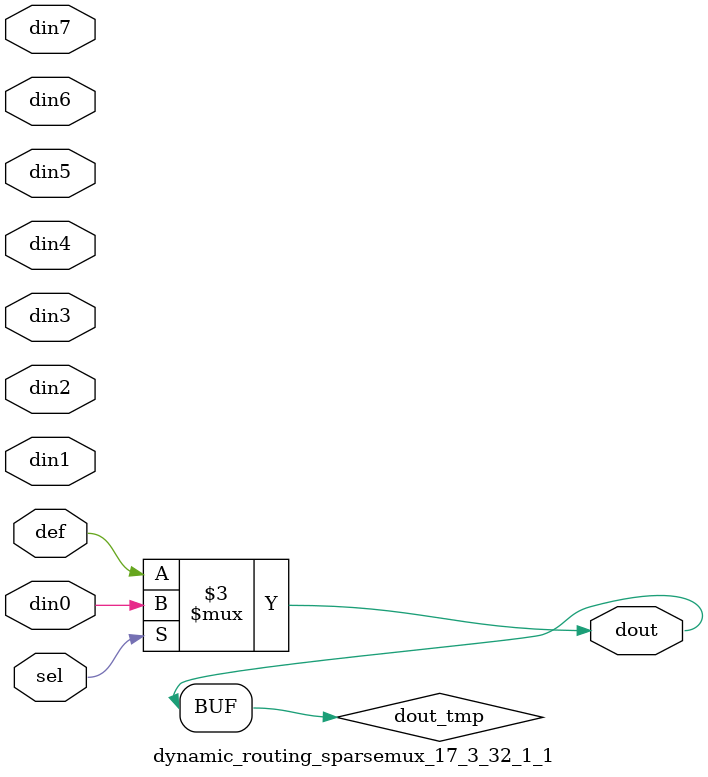
<source format=v>
`timescale 1ns / 1ps

module dynamic_routing_sparsemux_17_3_32_1_1 (din0,din1,din2,din3,din4,din5,din6,din7,def,sel,dout);

parameter din0_WIDTH = 1;

parameter din1_WIDTH = 1;

parameter din2_WIDTH = 1;

parameter din3_WIDTH = 1;

parameter din4_WIDTH = 1;

parameter din5_WIDTH = 1;

parameter din6_WIDTH = 1;

parameter din7_WIDTH = 1;

parameter def_WIDTH = 1;
parameter sel_WIDTH = 1;
parameter dout_WIDTH = 1;

parameter [sel_WIDTH-1:0] CASE0 = 1;

parameter [sel_WIDTH-1:0] CASE1 = 1;

parameter [sel_WIDTH-1:0] CASE2 = 1;

parameter [sel_WIDTH-1:0] CASE3 = 1;

parameter [sel_WIDTH-1:0] CASE4 = 1;

parameter [sel_WIDTH-1:0] CASE5 = 1;

parameter [sel_WIDTH-1:0] CASE6 = 1;

parameter [sel_WIDTH-1:0] CASE7 = 1;

parameter ID = 1;
parameter NUM_STAGE = 1;



input [din0_WIDTH-1:0] din0;

input [din1_WIDTH-1:0] din1;

input [din2_WIDTH-1:0] din2;

input [din3_WIDTH-1:0] din3;

input [din4_WIDTH-1:0] din4;

input [din5_WIDTH-1:0] din5;

input [din6_WIDTH-1:0] din6;

input [din7_WIDTH-1:0] din7;

input [def_WIDTH-1:0] def;
input [sel_WIDTH-1:0] sel;

output [dout_WIDTH-1:0] dout;



reg [dout_WIDTH-1:0] dout_tmp;


always @ (*) begin
(* parallel_case *) case (sel)
    
    CASE0 : dout_tmp = din0;
    
    CASE1 : dout_tmp = din1;
    
    CASE2 : dout_tmp = din2;
    
    CASE3 : dout_tmp = din3;
    
    CASE4 : dout_tmp = din4;
    
    CASE5 : dout_tmp = din5;
    
    CASE6 : dout_tmp = din6;
    
    CASE7 : dout_tmp = din7;
    
    default : dout_tmp = def;
endcase
end


assign dout = dout_tmp;



endmodule

</source>
